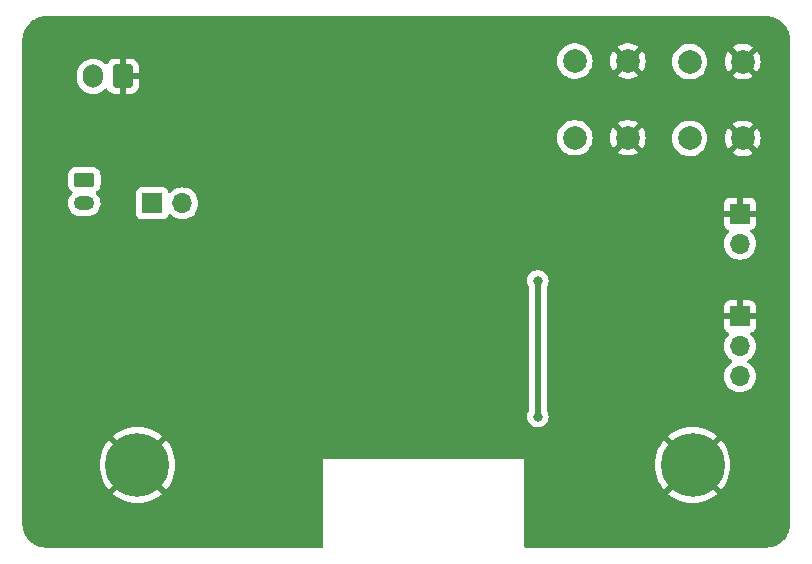
<source format=gbr>
%TF.GenerationSoftware,KiCad,Pcbnew,7.0.10*%
%TF.CreationDate,2024-04-03T10:39:23+02:00*%
%TF.ProjectId,Humi,48756d69-2e6b-4696-9361-645f70636258,rev?*%
%TF.SameCoordinates,Original*%
%TF.FileFunction,Copper,L2,Bot*%
%TF.FilePolarity,Positive*%
%FSLAX46Y46*%
G04 Gerber Fmt 4.6, Leading zero omitted, Abs format (unit mm)*
G04 Created by KiCad (PCBNEW 7.0.10) date 2024-04-03 10:39:23*
%MOMM*%
%LPD*%
G01*
G04 APERTURE LIST*
G04 Aperture macros list*
%AMRoundRect*
0 Rectangle with rounded corners*
0 $1 Rounding radius*
0 $2 $3 $4 $5 $6 $7 $8 $9 X,Y pos of 4 corners*
0 Add a 4 corners polygon primitive as box body*
4,1,4,$2,$3,$4,$5,$6,$7,$8,$9,$2,$3,0*
0 Add four circle primitives for the rounded corners*
1,1,$1+$1,$2,$3*
1,1,$1+$1,$4,$5*
1,1,$1+$1,$6,$7*
1,1,$1+$1,$8,$9*
0 Add four rect primitives between the rounded corners*
20,1,$1+$1,$2,$3,$4,$5,0*
20,1,$1+$1,$4,$5,$6,$7,0*
20,1,$1+$1,$6,$7,$8,$9,0*
20,1,$1+$1,$8,$9,$2,$3,0*%
G04 Aperture macros list end*
%TA.AperFunction,ComponentPad*%
%ADD10C,5.400000*%
%TD*%
%TA.AperFunction,ComponentPad*%
%ADD11R,1.700000X1.700000*%
%TD*%
%TA.AperFunction,ComponentPad*%
%ADD12O,1.700000X1.700000*%
%TD*%
%TA.AperFunction,ComponentPad*%
%ADD13C,2.000000*%
%TD*%
%TA.AperFunction,ComponentPad*%
%ADD14RoundRect,0.250000X-0.625000X0.350000X-0.625000X-0.350000X0.625000X-0.350000X0.625000X0.350000X0*%
%TD*%
%TA.AperFunction,ComponentPad*%
%ADD15O,1.750000X1.200000*%
%TD*%
%TA.AperFunction,ComponentPad*%
%ADD16RoundRect,0.250000X0.600000X0.750000X-0.600000X0.750000X-0.600000X-0.750000X0.600000X-0.750000X0*%
%TD*%
%TA.AperFunction,ComponentPad*%
%ADD17O,1.700000X2.000000*%
%TD*%
%TA.AperFunction,ViaPad*%
%ADD18C,0.800000*%
%TD*%
%TA.AperFunction,Conductor*%
%ADD19C,0.300000*%
%TD*%
%TA.AperFunction,Conductor*%
%ADD20C,0.500000*%
%TD*%
G04 APERTURE END LIST*
D10*
%TO.P,H2,1,1*%
%TO.N,GND*%
X124000000Y-112400000D03*
%TD*%
%TO.P,H1,1,1*%
%TO.N,GND*%
X171000000Y-112400000D03*
%TD*%
D11*
%TO.P,J1,1,Pin_1*%
%TO.N,GND*%
X175000000Y-99825000D03*
D12*
%TO.P,J1,2,Pin_2*%
%TO.N,RX_0*%
X175000000Y-102365000D03*
%TO.P,J1,3,Pin_3*%
%TO.N,TX_0*%
X175000000Y-104905000D03*
%TD*%
D13*
%TO.P,SW_FLASH1,1,A*%
%TO.N,FLASH*%
X161026750Y-78200000D03*
X161026750Y-84700000D03*
%TO.P,SW_FLASH1,2,B*%
%TO.N,GND*%
X165526750Y-78200000D03*
X165526750Y-84700000D03*
%TD*%
D14*
%TO.P,J3,1,Pin_1*%
%TO.N,TX_0*%
X119500000Y-88250000D03*
D15*
%TO.P,J3,2,Pin_2*%
%TO.N,RX_H*%
X119500000Y-90250000D03*
%TD*%
D11*
%TO.P,J5,1,Pin_1*%
%TO.N,RX_H*%
X125260000Y-90250000D03*
D12*
%TO.P,J5,2,Pin_2*%
%TO.N,RX_0*%
X127800000Y-90250000D03*
%TD*%
D11*
%TO.P,J2,1,Pin_1*%
%TO.N,GND*%
X175000000Y-91125000D03*
D12*
%TO.P,J2,2,Pin_2*%
%TO.N,GPIO_02*%
X175000000Y-93665000D03*
%TD*%
D13*
%TO.P,SW_RST1,1,A*%
%TO.N,GND*%
X175250000Y-84750000D03*
X175250000Y-78250000D03*
%TO.P,SW_RST1,2,B*%
%TO.N,RST*%
X170750000Y-84750000D03*
X170750000Y-78250000D03*
%TD*%
D16*
%TO.P,J4,1,Pin_1*%
%TO.N,GND*%
X122750000Y-79500000D03*
D17*
%TO.P,J4,2,Pin_2*%
%TO.N,+12V*%
X120250000Y-79500000D03*
%TD*%
D18*
%TO.N,GND*%
X143456250Y-81506250D03*
X140656250Y-88606250D03*
X143456250Y-79281250D03*
X142350000Y-97300000D03*
X143856250Y-87706250D03*
X132650000Y-95800000D03*
%TO.N,+3V3*%
X157900000Y-108300000D03*
X157900000Y-96800000D03*
%TD*%
D19*
%TO.N,RST*%
X170700000Y-78300000D02*
X170600000Y-78200000D01*
D20*
%TO.N,+3V3*%
X157900000Y-108300000D02*
X157900000Y-96800000D01*
%TD*%
%TA.AperFunction,Conductor*%
%TO.N,GND*%
G36*
X177254042Y-74400764D02*
G01*
X177333586Y-74405978D01*
X177333767Y-74405991D01*
X177511587Y-74418709D01*
X177526904Y-74420772D01*
X177638378Y-74442945D01*
X177640437Y-74443374D01*
X177780240Y-74473786D01*
X177793703Y-74477522D01*
X177907725Y-74516228D01*
X177911074Y-74517420D01*
X178038808Y-74565062D01*
X178050300Y-74570024D01*
X178160687Y-74624461D01*
X178165187Y-74626798D01*
X178282478Y-74690844D01*
X178291942Y-74696574D01*
X178395269Y-74765615D01*
X178400688Y-74769450D01*
X178506727Y-74848830D01*
X178514145Y-74854844D01*
X178607976Y-74937131D01*
X178613898Y-74942678D01*
X178707320Y-75036100D01*
X178712867Y-75042022D01*
X178795150Y-75135848D01*
X178801173Y-75143278D01*
X178838691Y-75193396D01*
X178880548Y-75249310D01*
X178884383Y-75254729D01*
X178953424Y-75358056D01*
X178959154Y-75367520D01*
X179023183Y-75484779D01*
X179025564Y-75489363D01*
X179079969Y-75599687D01*
X179084938Y-75611196D01*
X179132556Y-75738863D01*
X179133793Y-75742338D01*
X179172470Y-75856276D01*
X179176217Y-75869777D01*
X179206613Y-76009508D01*
X179207064Y-76011675D01*
X179229224Y-76123080D01*
X179231291Y-76138425D01*
X179243995Y-76316046D01*
X179244045Y-76316781D01*
X179249234Y-76395941D01*
X179249500Y-76404052D01*
X179249500Y-117395947D01*
X179249234Y-117404058D01*
X179244045Y-117483217D01*
X179243995Y-117483952D01*
X179231291Y-117661573D01*
X179229224Y-117676918D01*
X179207064Y-117788323D01*
X179206613Y-117790490D01*
X179176217Y-117930221D01*
X179172470Y-117943722D01*
X179133793Y-118057660D01*
X179132556Y-118061135D01*
X179084938Y-118188802D01*
X179079969Y-118200311D01*
X179025564Y-118310635D01*
X179023183Y-118315219D01*
X178959154Y-118432478D01*
X178953424Y-118441942D01*
X178884383Y-118545269D01*
X178880548Y-118550688D01*
X178801181Y-118656711D01*
X178795142Y-118664160D01*
X178712867Y-118757976D01*
X178707320Y-118763898D01*
X178613898Y-118857320D01*
X178607976Y-118862867D01*
X178514160Y-118945142D01*
X178506711Y-118951181D01*
X178400688Y-119030548D01*
X178395269Y-119034383D01*
X178291942Y-119103424D01*
X178282478Y-119109154D01*
X178165219Y-119173183D01*
X178160635Y-119175564D01*
X178050311Y-119229969D01*
X178038802Y-119234938D01*
X177911135Y-119282556D01*
X177907660Y-119283793D01*
X177793722Y-119322470D01*
X177780221Y-119326217D01*
X177640490Y-119356613D01*
X177638323Y-119357064D01*
X177526918Y-119379224D01*
X177511573Y-119381291D01*
X177333952Y-119393995D01*
X177333217Y-119394045D01*
X177254058Y-119399234D01*
X177245947Y-119399500D01*
X156874000Y-119399500D01*
X156806961Y-119379815D01*
X156761206Y-119327011D01*
X156750000Y-119275500D01*
X156750000Y-112400000D01*
X167794958Y-112400000D01*
X167815110Y-112758846D01*
X167815112Y-112758858D01*
X167875314Y-113113185D01*
X167875316Y-113113194D01*
X167974812Y-113458552D01*
X168112353Y-113790609D01*
X168112355Y-113790613D01*
X168286215Y-114105189D01*
X168286218Y-114105194D01*
X168494193Y-114398306D01*
X168566844Y-114479601D01*
X169885073Y-113161372D01*
X169961890Y-113271078D01*
X170128922Y-113438110D01*
X170238626Y-113514925D01*
X168920397Y-114833154D01*
X169001693Y-114905806D01*
X169294805Y-115113781D01*
X169294810Y-115113784D01*
X169609386Y-115287644D01*
X169609390Y-115287646D01*
X169941447Y-115425187D01*
X170286805Y-115524683D01*
X170286814Y-115524685D01*
X170641141Y-115584887D01*
X170641153Y-115584889D01*
X171000000Y-115605041D01*
X171358846Y-115584889D01*
X171358858Y-115584887D01*
X171713185Y-115524685D01*
X171713194Y-115524683D01*
X172058552Y-115425187D01*
X172390609Y-115287646D01*
X172390613Y-115287644D01*
X172705189Y-115113784D01*
X172705194Y-115113781D01*
X172998299Y-114905811D01*
X172998322Y-114905793D01*
X173079602Y-114833155D01*
X173079602Y-114833154D01*
X171761373Y-113514925D01*
X171871078Y-113438110D01*
X172038110Y-113271078D01*
X172114925Y-113161373D01*
X173433154Y-114479602D01*
X173433155Y-114479602D01*
X173505793Y-114398322D01*
X173505811Y-114398299D01*
X173713781Y-114105194D01*
X173713784Y-114105189D01*
X173887644Y-113790613D01*
X173887646Y-113790609D01*
X174025187Y-113458552D01*
X174124683Y-113113194D01*
X174124685Y-113113185D01*
X174184887Y-112758858D01*
X174184889Y-112758846D01*
X174205041Y-112400000D01*
X174184889Y-112041153D01*
X174184887Y-112041141D01*
X174124685Y-111686814D01*
X174124683Y-111686805D01*
X174025187Y-111341447D01*
X173887646Y-111009390D01*
X173887644Y-111009386D01*
X173713784Y-110694810D01*
X173713781Y-110694805D01*
X173505806Y-110401693D01*
X173433154Y-110320397D01*
X172114925Y-111638626D01*
X172038110Y-111528922D01*
X171871078Y-111361890D01*
X171761373Y-111285073D01*
X173079601Y-109966844D01*
X173079602Y-109966844D01*
X172998306Y-109894193D01*
X172705194Y-109686218D01*
X172705189Y-109686215D01*
X172390613Y-109512355D01*
X172390609Y-109512353D01*
X172058552Y-109374812D01*
X171713194Y-109275316D01*
X171713185Y-109275314D01*
X171358858Y-109215112D01*
X171358846Y-109215110D01*
X171000000Y-109194958D01*
X170641153Y-109215110D01*
X170641141Y-109215112D01*
X170286814Y-109275314D01*
X170286805Y-109275316D01*
X169941447Y-109374812D01*
X169609390Y-109512353D01*
X169609386Y-109512355D01*
X169294810Y-109686215D01*
X169294805Y-109686218D01*
X169001693Y-109894193D01*
X168920397Y-109966844D01*
X170238626Y-111285073D01*
X170128922Y-111361890D01*
X169961890Y-111528922D01*
X169885073Y-111638626D01*
X168566844Y-110320397D01*
X168494193Y-110401693D01*
X168286218Y-110694805D01*
X168286215Y-110694810D01*
X168112355Y-111009386D01*
X168112353Y-111009390D01*
X167974812Y-111341447D01*
X167875316Y-111686805D01*
X167875314Y-111686814D01*
X167815112Y-112041141D01*
X167815110Y-112041153D01*
X167794958Y-112400000D01*
X156750000Y-112400000D01*
X156750000Y-111900000D01*
X139750000Y-111900000D01*
X139750000Y-119275500D01*
X139730315Y-119342539D01*
X139677511Y-119388294D01*
X139626000Y-119399500D01*
X116254053Y-119399500D01*
X116245942Y-119399234D01*
X116166781Y-119394045D01*
X116166046Y-119393995D01*
X115988425Y-119381291D01*
X115973080Y-119379224D01*
X115861675Y-119357064D01*
X115859508Y-119356613D01*
X115719777Y-119326217D01*
X115706276Y-119322470D01*
X115592338Y-119283793D01*
X115588863Y-119282556D01*
X115461196Y-119234938D01*
X115449687Y-119229969D01*
X115384947Y-119198043D01*
X115339348Y-119175556D01*
X115334779Y-119173183D01*
X115217520Y-119109154D01*
X115208056Y-119103424D01*
X115104729Y-119034383D01*
X115099310Y-119030548D01*
X115043396Y-118988691D01*
X114993278Y-118951173D01*
X114985848Y-118945150D01*
X114892022Y-118862867D01*
X114886100Y-118857320D01*
X114792678Y-118763898D01*
X114787131Y-118757976D01*
X114755450Y-118721851D01*
X114704844Y-118664145D01*
X114698830Y-118656727D01*
X114619450Y-118550688D01*
X114615615Y-118545269D01*
X114546574Y-118441942D01*
X114540844Y-118432478D01*
X114476798Y-118315187D01*
X114474461Y-118310687D01*
X114420024Y-118200300D01*
X114415060Y-118188802D01*
X114367420Y-118061074D01*
X114366228Y-118057725D01*
X114327522Y-117943703D01*
X114323786Y-117930240D01*
X114293374Y-117790437D01*
X114292945Y-117788378D01*
X114270772Y-117676904D01*
X114268709Y-117661587D01*
X114255991Y-117483767D01*
X114255978Y-117483586D01*
X114250765Y-117404043D01*
X114250500Y-117395934D01*
X114250500Y-112400000D01*
X120794958Y-112400000D01*
X120815110Y-112758846D01*
X120815112Y-112758858D01*
X120875314Y-113113185D01*
X120875316Y-113113194D01*
X120974812Y-113458552D01*
X121112353Y-113790609D01*
X121112355Y-113790613D01*
X121286215Y-114105189D01*
X121286218Y-114105194D01*
X121494193Y-114398306D01*
X121566844Y-114479601D01*
X122885073Y-113161372D01*
X122961890Y-113271078D01*
X123128922Y-113438110D01*
X123238626Y-113514925D01*
X121920397Y-114833154D01*
X122001693Y-114905806D01*
X122294805Y-115113781D01*
X122294810Y-115113784D01*
X122609386Y-115287644D01*
X122609390Y-115287646D01*
X122941447Y-115425187D01*
X123286805Y-115524683D01*
X123286814Y-115524685D01*
X123641141Y-115584887D01*
X123641153Y-115584889D01*
X124000000Y-115605041D01*
X124358846Y-115584889D01*
X124358858Y-115584887D01*
X124713185Y-115524685D01*
X124713194Y-115524683D01*
X125058552Y-115425187D01*
X125390609Y-115287646D01*
X125390613Y-115287644D01*
X125705189Y-115113784D01*
X125705194Y-115113781D01*
X125998299Y-114905811D01*
X125998322Y-114905793D01*
X126079602Y-114833155D01*
X126079602Y-114833154D01*
X124761373Y-113514925D01*
X124871078Y-113438110D01*
X125038110Y-113271078D01*
X125114926Y-113161373D01*
X126433154Y-114479602D01*
X126433155Y-114479602D01*
X126505793Y-114398322D01*
X126505811Y-114398299D01*
X126713781Y-114105194D01*
X126713784Y-114105189D01*
X126887644Y-113790613D01*
X126887646Y-113790609D01*
X127025187Y-113458552D01*
X127124683Y-113113194D01*
X127124685Y-113113185D01*
X127184887Y-112758858D01*
X127184889Y-112758846D01*
X127205041Y-112400000D01*
X127184889Y-112041153D01*
X127184887Y-112041141D01*
X127124685Y-111686814D01*
X127124683Y-111686805D01*
X127025187Y-111341447D01*
X126887646Y-111009390D01*
X126887644Y-111009386D01*
X126713784Y-110694810D01*
X126713781Y-110694805D01*
X126505806Y-110401693D01*
X126433154Y-110320397D01*
X125114925Y-111638626D01*
X125038110Y-111528922D01*
X124871078Y-111361890D01*
X124761373Y-111285073D01*
X126079601Y-109966844D01*
X126079602Y-109966844D01*
X125998306Y-109894193D01*
X125705194Y-109686218D01*
X125705189Y-109686215D01*
X125390613Y-109512355D01*
X125390609Y-109512353D01*
X125058552Y-109374812D01*
X124713194Y-109275316D01*
X124713185Y-109275314D01*
X124358858Y-109215112D01*
X124358846Y-109215110D01*
X124000000Y-109194958D01*
X123641153Y-109215110D01*
X123641141Y-109215112D01*
X123286814Y-109275314D01*
X123286805Y-109275316D01*
X122941447Y-109374812D01*
X122609390Y-109512353D01*
X122609386Y-109512355D01*
X122294810Y-109686215D01*
X122294805Y-109686218D01*
X122001693Y-109894193D01*
X121920397Y-109966844D01*
X123238626Y-111285073D01*
X123128922Y-111361890D01*
X122961890Y-111528922D01*
X122885073Y-111638626D01*
X121566844Y-110320397D01*
X121494193Y-110401693D01*
X121286218Y-110694805D01*
X121286215Y-110694810D01*
X121112355Y-111009386D01*
X121112353Y-111009390D01*
X120974812Y-111341447D01*
X120875316Y-111686805D01*
X120875314Y-111686814D01*
X120815112Y-112041141D01*
X120815110Y-112041153D01*
X120794958Y-112400000D01*
X114250500Y-112400000D01*
X114250500Y-108300000D01*
X156994540Y-108300000D01*
X157014326Y-108488256D01*
X157014327Y-108488259D01*
X157072818Y-108668277D01*
X157072821Y-108668284D01*
X157167467Y-108832216D01*
X157294129Y-108972888D01*
X157447265Y-109084148D01*
X157447270Y-109084151D01*
X157620192Y-109161142D01*
X157620197Y-109161144D01*
X157805354Y-109200500D01*
X157805355Y-109200500D01*
X157994644Y-109200500D01*
X157994646Y-109200500D01*
X158179803Y-109161144D01*
X158352730Y-109084151D01*
X158505871Y-108972888D01*
X158632533Y-108832216D01*
X158727179Y-108668284D01*
X158785674Y-108488256D01*
X158805460Y-108300000D01*
X158785674Y-108111744D01*
X158727179Y-107931716D01*
X158667113Y-107827677D01*
X158650500Y-107765677D01*
X158650500Y-104905000D01*
X173644341Y-104905000D01*
X173664936Y-105140403D01*
X173664938Y-105140413D01*
X173726094Y-105368655D01*
X173726096Y-105368659D01*
X173726097Y-105368663D01*
X173825965Y-105582830D01*
X173825967Y-105582834D01*
X173934281Y-105737521D01*
X173961505Y-105776401D01*
X174128599Y-105943495D01*
X174225384Y-106011265D01*
X174322165Y-106079032D01*
X174322167Y-106079033D01*
X174322170Y-106079035D01*
X174536337Y-106178903D01*
X174764592Y-106240063D01*
X174952918Y-106256539D01*
X174999999Y-106260659D01*
X175000000Y-106260659D01*
X175000001Y-106260659D01*
X175039234Y-106257226D01*
X175235408Y-106240063D01*
X175463663Y-106178903D01*
X175677830Y-106079035D01*
X175871401Y-105943495D01*
X176038495Y-105776401D01*
X176174035Y-105582830D01*
X176273903Y-105368663D01*
X176335063Y-105140408D01*
X176355659Y-104905000D01*
X176335063Y-104669592D01*
X176273903Y-104441337D01*
X176174035Y-104227171D01*
X176038495Y-104033599D01*
X176038494Y-104033597D01*
X175871402Y-103866506D01*
X175871396Y-103866501D01*
X175685842Y-103736575D01*
X175642217Y-103681998D01*
X175635023Y-103612500D01*
X175666546Y-103550145D01*
X175685842Y-103533425D01*
X175708026Y-103517891D01*
X175871401Y-103403495D01*
X176038495Y-103236401D01*
X176174035Y-103042830D01*
X176273903Y-102828663D01*
X176335063Y-102600408D01*
X176355659Y-102365000D01*
X176335063Y-102129592D01*
X176273903Y-101901337D01*
X176174035Y-101687171D01*
X176038495Y-101493599D01*
X175916179Y-101371283D01*
X175882696Y-101309963D01*
X175887680Y-101240271D01*
X175929551Y-101184337D01*
X175960529Y-101167422D01*
X176092086Y-101118354D01*
X176092093Y-101118350D01*
X176207187Y-101032190D01*
X176207190Y-101032187D01*
X176293350Y-100917093D01*
X176293354Y-100917086D01*
X176343596Y-100782379D01*
X176343598Y-100782372D01*
X176349999Y-100722844D01*
X176350000Y-100722827D01*
X176350000Y-100075000D01*
X175433686Y-100075000D01*
X175459493Y-100034844D01*
X175500000Y-99896889D01*
X175500000Y-99753111D01*
X175459493Y-99615156D01*
X175433686Y-99575000D01*
X176350000Y-99575000D01*
X176350000Y-98927172D01*
X176349999Y-98927155D01*
X176343598Y-98867627D01*
X176343596Y-98867620D01*
X176293354Y-98732913D01*
X176293350Y-98732906D01*
X176207190Y-98617812D01*
X176207187Y-98617809D01*
X176092093Y-98531649D01*
X176092086Y-98531645D01*
X175957379Y-98481403D01*
X175957372Y-98481401D01*
X175897844Y-98475000D01*
X175250000Y-98475000D01*
X175250000Y-99389498D01*
X175142315Y-99340320D01*
X175035763Y-99325000D01*
X174964237Y-99325000D01*
X174857685Y-99340320D01*
X174750000Y-99389498D01*
X174750000Y-98475000D01*
X174102155Y-98475000D01*
X174042627Y-98481401D01*
X174042620Y-98481403D01*
X173907913Y-98531645D01*
X173907906Y-98531649D01*
X173792812Y-98617809D01*
X173792809Y-98617812D01*
X173706649Y-98732906D01*
X173706645Y-98732913D01*
X173656403Y-98867620D01*
X173656401Y-98867627D01*
X173650000Y-98927155D01*
X173650000Y-99575000D01*
X174566314Y-99575000D01*
X174540507Y-99615156D01*
X174500000Y-99753111D01*
X174500000Y-99896889D01*
X174540507Y-100034844D01*
X174566314Y-100075000D01*
X173650000Y-100075000D01*
X173650000Y-100722844D01*
X173656401Y-100782372D01*
X173656403Y-100782379D01*
X173706645Y-100917086D01*
X173706649Y-100917093D01*
X173792809Y-101032187D01*
X173792812Y-101032190D01*
X173907906Y-101118350D01*
X173907913Y-101118354D01*
X174039470Y-101167421D01*
X174095403Y-101209292D01*
X174119821Y-101274756D01*
X174104970Y-101343029D01*
X174083819Y-101371284D01*
X173961503Y-101493600D01*
X173825965Y-101687169D01*
X173825964Y-101687171D01*
X173726098Y-101901335D01*
X173726094Y-101901344D01*
X173664938Y-102129586D01*
X173664936Y-102129596D01*
X173644341Y-102364999D01*
X173644341Y-102365000D01*
X173664936Y-102600403D01*
X173664938Y-102600413D01*
X173726094Y-102828655D01*
X173726096Y-102828659D01*
X173726097Y-102828663D01*
X173825965Y-103042830D01*
X173825967Y-103042834D01*
X173961501Y-103236395D01*
X173961506Y-103236402D01*
X174128597Y-103403493D01*
X174128603Y-103403498D01*
X174314158Y-103533425D01*
X174357783Y-103588002D01*
X174364977Y-103657500D01*
X174333454Y-103719855D01*
X174314158Y-103736575D01*
X174128597Y-103866505D01*
X173961505Y-104033597D01*
X173825965Y-104227169D01*
X173825964Y-104227171D01*
X173726098Y-104441335D01*
X173726094Y-104441344D01*
X173664938Y-104669586D01*
X173664936Y-104669596D01*
X173644341Y-104904999D01*
X173644341Y-104905000D01*
X158650500Y-104905000D01*
X158650500Y-97334321D01*
X158667113Y-97272321D01*
X158727179Y-97168284D01*
X158785674Y-96988256D01*
X158805460Y-96800000D01*
X158785674Y-96611744D01*
X158727179Y-96431716D01*
X158632533Y-96267784D01*
X158505871Y-96127112D01*
X158505870Y-96127111D01*
X158352734Y-96015851D01*
X158352729Y-96015848D01*
X158179807Y-95938857D01*
X158179802Y-95938855D01*
X158034001Y-95907865D01*
X157994646Y-95899500D01*
X157805354Y-95899500D01*
X157772897Y-95906398D01*
X157620197Y-95938855D01*
X157620192Y-95938857D01*
X157447270Y-96015848D01*
X157447265Y-96015851D01*
X157294129Y-96127111D01*
X157167466Y-96267785D01*
X157072821Y-96431715D01*
X157072818Y-96431722D01*
X157014327Y-96611740D01*
X157014326Y-96611744D01*
X156994540Y-96800000D01*
X157014326Y-96988256D01*
X157014327Y-96988259D01*
X157072818Y-97168277D01*
X157072821Y-97168284D01*
X157132887Y-97272321D01*
X157149500Y-97334321D01*
X157149500Y-107765677D01*
X157132887Y-107827677D01*
X157072821Y-107931714D01*
X157014327Y-108111740D01*
X157014326Y-108111744D01*
X156994540Y-108300000D01*
X114250500Y-108300000D01*
X114250500Y-93665000D01*
X173644341Y-93665000D01*
X173664936Y-93900403D01*
X173664938Y-93900413D01*
X173726094Y-94128655D01*
X173726096Y-94128659D01*
X173726097Y-94128663D01*
X173825965Y-94342830D01*
X173825967Y-94342834D01*
X173934281Y-94497521D01*
X173961505Y-94536401D01*
X174128599Y-94703495D01*
X174225384Y-94771265D01*
X174322165Y-94839032D01*
X174322167Y-94839033D01*
X174322170Y-94839035D01*
X174536337Y-94938903D01*
X174764592Y-95000063D01*
X174952918Y-95016539D01*
X174999999Y-95020659D01*
X175000000Y-95020659D01*
X175000001Y-95020659D01*
X175039234Y-95017226D01*
X175235408Y-95000063D01*
X175463663Y-94938903D01*
X175677830Y-94839035D01*
X175871401Y-94703495D01*
X176038495Y-94536401D01*
X176174035Y-94342830D01*
X176273903Y-94128663D01*
X176335063Y-93900408D01*
X176355659Y-93665000D01*
X176335063Y-93429592D01*
X176273903Y-93201337D01*
X176174035Y-92987171D01*
X176038495Y-92793599D01*
X175916179Y-92671283D01*
X175882696Y-92609963D01*
X175887680Y-92540271D01*
X175929551Y-92484337D01*
X175960529Y-92467422D01*
X176092086Y-92418354D01*
X176092093Y-92418350D01*
X176207187Y-92332190D01*
X176207190Y-92332187D01*
X176293350Y-92217093D01*
X176293354Y-92217086D01*
X176343596Y-92082379D01*
X176343598Y-92082372D01*
X176349999Y-92022844D01*
X176350000Y-92022827D01*
X176350000Y-91375000D01*
X175433686Y-91375000D01*
X175459493Y-91334844D01*
X175500000Y-91196889D01*
X175500000Y-91053111D01*
X175459493Y-90915156D01*
X175433686Y-90875000D01*
X176350000Y-90875000D01*
X176350000Y-90227172D01*
X176349999Y-90227155D01*
X176343598Y-90167627D01*
X176343596Y-90167620D01*
X176293354Y-90032913D01*
X176293350Y-90032906D01*
X176207190Y-89917812D01*
X176207187Y-89917809D01*
X176092093Y-89831649D01*
X176092086Y-89831645D01*
X175957379Y-89781403D01*
X175957372Y-89781401D01*
X175897844Y-89775000D01*
X175250000Y-89775000D01*
X175250000Y-90689498D01*
X175142315Y-90640320D01*
X175035763Y-90625000D01*
X174964237Y-90625000D01*
X174857685Y-90640320D01*
X174750000Y-90689498D01*
X174750000Y-89775000D01*
X174102155Y-89775000D01*
X174042627Y-89781401D01*
X174042620Y-89781403D01*
X173907913Y-89831645D01*
X173907906Y-89831649D01*
X173792812Y-89917809D01*
X173792809Y-89917812D01*
X173706649Y-90032906D01*
X173706645Y-90032913D01*
X173656403Y-90167620D01*
X173656401Y-90167627D01*
X173650000Y-90227155D01*
X173650000Y-90875000D01*
X174566314Y-90875000D01*
X174540507Y-90915156D01*
X174500000Y-91053111D01*
X174500000Y-91196889D01*
X174540507Y-91334844D01*
X174566314Y-91375000D01*
X173650000Y-91375000D01*
X173650000Y-92022844D01*
X173656401Y-92082372D01*
X173656403Y-92082379D01*
X173706645Y-92217086D01*
X173706649Y-92217093D01*
X173792809Y-92332187D01*
X173792812Y-92332190D01*
X173907906Y-92418350D01*
X173907913Y-92418354D01*
X174039470Y-92467421D01*
X174095403Y-92509292D01*
X174119821Y-92574756D01*
X174104970Y-92643029D01*
X174083819Y-92671284D01*
X173961503Y-92793600D01*
X173825965Y-92987169D01*
X173825964Y-92987171D01*
X173726098Y-93201335D01*
X173726094Y-93201344D01*
X173664938Y-93429586D01*
X173664936Y-93429596D01*
X173644341Y-93664999D01*
X173644341Y-93665000D01*
X114250500Y-93665000D01*
X114250500Y-90197401D01*
X118120746Y-90197401D01*
X118130745Y-90407327D01*
X118180296Y-90611578D01*
X118180298Y-90611582D01*
X118267598Y-90802743D01*
X118267601Y-90802748D01*
X118267602Y-90802750D01*
X118267604Y-90802753D01*
X118347646Y-90915156D01*
X118389515Y-90973953D01*
X118389520Y-90973959D01*
X118541620Y-91118985D01*
X118636578Y-91180011D01*
X118718428Y-91232613D01*
X118913543Y-91310725D01*
X119016729Y-91330612D01*
X119119914Y-91350500D01*
X119119915Y-91350500D01*
X119827419Y-91350500D01*
X119827425Y-91350500D01*
X119984218Y-91335528D01*
X120185875Y-91276316D01*
X120372682Y-91180011D01*
X120413552Y-91147870D01*
X123909500Y-91147870D01*
X123909501Y-91147876D01*
X123915908Y-91207483D01*
X123966202Y-91342328D01*
X123966206Y-91342335D01*
X124052452Y-91457544D01*
X124052455Y-91457547D01*
X124167664Y-91543793D01*
X124167671Y-91543797D01*
X124302517Y-91594091D01*
X124302516Y-91594091D01*
X124309444Y-91594835D01*
X124362127Y-91600500D01*
X126157872Y-91600499D01*
X126217483Y-91594091D01*
X126352331Y-91543796D01*
X126467546Y-91457546D01*
X126553796Y-91342331D01*
X126602810Y-91210916D01*
X126644681Y-91154984D01*
X126710145Y-91130566D01*
X126778418Y-91145417D01*
X126806673Y-91166569D01*
X126928599Y-91288495D01*
X127017151Y-91350500D01*
X127122165Y-91424032D01*
X127122167Y-91424033D01*
X127122170Y-91424035D01*
X127336337Y-91523903D01*
X127564592Y-91585063D01*
X127741034Y-91600500D01*
X127799999Y-91605659D01*
X127800000Y-91605659D01*
X127800001Y-91605659D01*
X127858966Y-91600500D01*
X128035408Y-91585063D01*
X128263663Y-91523903D01*
X128477830Y-91424035D01*
X128671401Y-91288495D01*
X128838495Y-91121401D01*
X128974035Y-90927830D01*
X129073903Y-90713663D01*
X129135063Y-90485408D01*
X129155659Y-90250000D01*
X129135063Y-90014592D01*
X129075087Y-89790756D01*
X129073905Y-89786344D01*
X129073904Y-89786343D01*
X129073903Y-89786337D01*
X128974035Y-89572171D01*
X128941740Y-89526048D01*
X128838494Y-89378597D01*
X128671402Y-89211506D01*
X128671395Y-89211501D01*
X128477834Y-89075967D01*
X128477830Y-89075965D01*
X128462156Y-89068656D01*
X128263663Y-88976097D01*
X128263659Y-88976096D01*
X128263655Y-88976094D01*
X128035413Y-88914938D01*
X128035403Y-88914936D01*
X127800001Y-88894341D01*
X127799999Y-88894341D01*
X127564596Y-88914936D01*
X127564586Y-88914938D01*
X127336344Y-88976094D01*
X127336335Y-88976098D01*
X127122171Y-89075964D01*
X127122169Y-89075965D01*
X126928600Y-89211503D01*
X126806673Y-89333430D01*
X126745350Y-89366914D01*
X126675658Y-89361930D01*
X126619725Y-89320058D01*
X126602810Y-89289081D01*
X126553797Y-89157671D01*
X126553793Y-89157664D01*
X126467547Y-89042455D01*
X126467544Y-89042452D01*
X126352335Y-88956206D01*
X126352328Y-88956202D01*
X126217482Y-88905908D01*
X126217483Y-88905908D01*
X126157883Y-88899501D01*
X126157881Y-88899500D01*
X126157873Y-88899500D01*
X126157864Y-88899500D01*
X124362129Y-88899500D01*
X124362123Y-88899501D01*
X124302516Y-88905908D01*
X124167671Y-88956202D01*
X124167664Y-88956206D01*
X124052455Y-89042452D01*
X124052452Y-89042455D01*
X123966206Y-89157664D01*
X123966202Y-89157671D01*
X123915908Y-89292517D01*
X123909501Y-89352116D01*
X123909500Y-89352135D01*
X123909500Y-91147870D01*
X120413552Y-91147870D01*
X120537886Y-91050092D01*
X120675519Y-90891256D01*
X120684905Y-90875000D01*
X120780601Y-90709249D01*
X120780600Y-90709249D01*
X120780604Y-90709244D01*
X120849344Y-90510633D01*
X120879254Y-90302602D01*
X120869254Y-90092670D01*
X120819704Y-89888424D01*
X120793774Y-89831645D01*
X120732401Y-89697256D01*
X120732398Y-89697251D01*
X120732397Y-89697250D01*
X120732396Y-89697247D01*
X120610486Y-89526048D01*
X120530627Y-89449903D01*
X120507917Y-89428249D01*
X120472982Y-89367740D01*
X120476307Y-89297950D01*
X120516835Y-89241036D01*
X120528384Y-89232971D01*
X120593656Y-89192712D01*
X120717712Y-89068656D01*
X120809814Y-88919334D01*
X120864999Y-88752797D01*
X120875500Y-88650009D01*
X120875499Y-87849992D01*
X120864999Y-87747203D01*
X120809814Y-87580666D01*
X120717712Y-87431344D01*
X120593656Y-87307288D01*
X120444334Y-87215186D01*
X120277797Y-87160001D01*
X120277795Y-87160000D01*
X120175010Y-87149500D01*
X118824998Y-87149500D01*
X118824981Y-87149501D01*
X118722203Y-87160000D01*
X118722200Y-87160001D01*
X118555668Y-87215185D01*
X118555663Y-87215187D01*
X118406342Y-87307289D01*
X118282289Y-87431342D01*
X118190187Y-87580663D01*
X118190186Y-87580666D01*
X118135001Y-87747203D01*
X118135001Y-87747204D01*
X118135000Y-87747204D01*
X118124500Y-87849983D01*
X118124500Y-88650001D01*
X118124501Y-88650019D01*
X118135000Y-88752796D01*
X118135001Y-88752799D01*
X118181904Y-88894341D01*
X118190186Y-88919334D01*
X118282288Y-89068656D01*
X118406344Y-89192712D01*
X118436812Y-89211505D01*
X118469739Y-89231814D01*
X118516464Y-89283762D01*
X118527687Y-89352724D01*
X118499844Y-89416806D01*
X118481296Y-89434822D01*
X118462118Y-89449903D01*
X118462112Y-89449909D01*
X118324478Y-89608746D01*
X118219398Y-89790750D01*
X118150656Y-89989365D01*
X118150656Y-89989367D01*
X118125027Y-90167627D01*
X118120746Y-90197401D01*
X114250500Y-90197401D01*
X114250500Y-84700005D01*
X159521107Y-84700005D01*
X159541640Y-84947812D01*
X159541642Y-84947824D01*
X159602686Y-85188881D01*
X159702576Y-85416606D01*
X159838583Y-85624782D01*
X159838586Y-85624785D01*
X160007006Y-85807738D01*
X160203241Y-85960474D01*
X160294862Y-86010057D01*
X160421082Y-86078364D01*
X160421940Y-86078828D01*
X160566248Y-86128369D01*
X160655714Y-86159083D01*
X160657136Y-86159571D01*
X160902415Y-86200500D01*
X161151085Y-86200500D01*
X161396364Y-86159571D01*
X161631560Y-86078828D01*
X161850259Y-85960474D01*
X162046494Y-85807738D01*
X162214914Y-85624785D01*
X162350923Y-85416607D01*
X162450813Y-85188881D01*
X162511858Y-84947821D01*
X162516988Y-84885915D01*
X162532393Y-84700005D01*
X164021609Y-84700005D01*
X164042135Y-84947729D01*
X164042137Y-84947738D01*
X164103162Y-85188717D01*
X164203016Y-85416364D01*
X164303314Y-85569882D01*
X165000820Y-84872376D01*
X165003634Y-84885915D01*
X165073192Y-85020156D01*
X165176388Y-85130652D01*
X165305569Y-85209209D01*
X165356752Y-85223549D01*
X164656692Y-85923609D01*
X164703518Y-85960055D01*
X164703520Y-85960056D01*
X164922135Y-86078364D01*
X164922146Y-86078369D01*
X165157256Y-86159083D01*
X165402457Y-86200000D01*
X165651043Y-86200000D01*
X165896243Y-86159083D01*
X166131353Y-86078369D01*
X166131364Y-86078364D01*
X166349978Y-85960057D01*
X166349981Y-85960055D01*
X166396806Y-85923609D01*
X165698318Y-85225121D01*
X165815208Y-85174349D01*
X165932489Y-85078934D01*
X166019678Y-84955415D01*
X166050104Y-84869802D01*
X166750184Y-85569882D01*
X166850481Y-85416369D01*
X166950337Y-85188717D01*
X167011362Y-84947738D01*
X167011364Y-84947729D01*
X167027748Y-84750005D01*
X169244357Y-84750005D01*
X169264890Y-84997812D01*
X169264892Y-84997824D01*
X169325936Y-85238881D01*
X169425826Y-85466606D01*
X169561833Y-85674782D01*
X169561836Y-85674785D01*
X169730256Y-85857738D01*
X169926491Y-86010474D01*
X169926493Y-86010475D01*
X170144332Y-86128364D01*
X170145190Y-86128828D01*
X170352507Y-86200000D01*
X170378964Y-86209083D01*
X170380386Y-86209571D01*
X170625665Y-86250500D01*
X170874335Y-86250500D01*
X171119614Y-86209571D01*
X171354810Y-86128828D01*
X171573509Y-86010474D01*
X171769744Y-85857738D01*
X171938164Y-85674785D01*
X172074173Y-85466607D01*
X172174063Y-85238881D01*
X172235108Y-84997821D01*
X172244381Y-84885915D01*
X172255643Y-84750005D01*
X173744859Y-84750005D01*
X173765385Y-84997729D01*
X173765387Y-84997738D01*
X173826412Y-85238717D01*
X173926266Y-85466364D01*
X174026564Y-85619882D01*
X174724070Y-84922376D01*
X174726884Y-84935915D01*
X174796442Y-85070156D01*
X174899638Y-85180652D01*
X175028819Y-85259209D01*
X175080002Y-85273549D01*
X174379942Y-85973609D01*
X174426768Y-86010055D01*
X174426770Y-86010056D01*
X174645385Y-86128364D01*
X174645396Y-86128369D01*
X174880506Y-86209083D01*
X175125707Y-86250000D01*
X175374293Y-86250000D01*
X175619493Y-86209083D01*
X175854603Y-86128369D01*
X175854614Y-86128364D01*
X176073228Y-86010057D01*
X176073231Y-86010055D01*
X176120056Y-85973609D01*
X175421568Y-85275121D01*
X175538458Y-85224349D01*
X175655739Y-85128934D01*
X175742928Y-85005415D01*
X175773354Y-84919802D01*
X176473434Y-85619882D01*
X176573731Y-85466369D01*
X176673587Y-85238717D01*
X176734612Y-84997738D01*
X176734614Y-84997729D01*
X176755141Y-84750005D01*
X176755141Y-84749994D01*
X176734614Y-84502270D01*
X176734612Y-84502261D01*
X176673587Y-84261282D01*
X176573731Y-84033630D01*
X176473434Y-83880116D01*
X175775929Y-84577622D01*
X175773116Y-84564085D01*
X175703558Y-84429844D01*
X175600362Y-84319348D01*
X175471181Y-84240791D01*
X175419997Y-84226450D01*
X176120057Y-83526390D01*
X176120056Y-83526389D01*
X176073229Y-83489943D01*
X175854614Y-83371635D01*
X175854603Y-83371630D01*
X175619493Y-83290916D01*
X175374293Y-83250000D01*
X175125707Y-83250000D01*
X174880506Y-83290916D01*
X174645396Y-83371630D01*
X174645390Y-83371632D01*
X174426761Y-83489949D01*
X174379942Y-83526388D01*
X174379942Y-83526390D01*
X175078431Y-84224878D01*
X174961542Y-84275651D01*
X174844261Y-84371066D01*
X174757072Y-84494585D01*
X174726645Y-84580197D01*
X174026564Y-83880116D01*
X173926267Y-84033632D01*
X173826412Y-84261282D01*
X173765387Y-84502261D01*
X173765385Y-84502270D01*
X173744859Y-84749994D01*
X173744859Y-84750005D01*
X172255643Y-84750005D01*
X172255643Y-84749994D01*
X172235109Y-84502187D01*
X172235107Y-84502175D01*
X172174063Y-84261118D01*
X172074173Y-84033393D01*
X171938166Y-83825217D01*
X171916557Y-83801744D01*
X171769744Y-83642262D01*
X171573509Y-83489526D01*
X171573507Y-83489525D01*
X171573506Y-83489524D01*
X171354811Y-83371172D01*
X171354802Y-83371169D01*
X171119616Y-83290429D01*
X170874335Y-83249500D01*
X170625665Y-83249500D01*
X170380383Y-83290429D01*
X170145197Y-83371169D01*
X170145188Y-83371172D01*
X169926493Y-83489524D01*
X169730257Y-83642261D01*
X169561833Y-83825217D01*
X169425826Y-84033393D01*
X169325936Y-84261118D01*
X169264892Y-84502175D01*
X169264890Y-84502187D01*
X169244357Y-84749994D01*
X169244357Y-84750005D01*
X167027748Y-84750005D01*
X167031891Y-84700005D01*
X167031891Y-84699994D01*
X167011364Y-84452270D01*
X167011362Y-84452261D01*
X166950337Y-84211282D01*
X166850481Y-83983630D01*
X166750184Y-83830116D01*
X166052679Y-84527622D01*
X166049866Y-84514085D01*
X165980308Y-84379844D01*
X165877112Y-84269348D01*
X165747931Y-84190791D01*
X165696747Y-84176450D01*
X166396807Y-83476390D01*
X166396806Y-83476389D01*
X166349979Y-83439943D01*
X166131364Y-83321635D01*
X166131353Y-83321630D01*
X165896243Y-83240916D01*
X165651043Y-83200000D01*
X165402457Y-83200000D01*
X165157256Y-83240916D01*
X164922146Y-83321630D01*
X164922140Y-83321632D01*
X164703511Y-83439949D01*
X164656692Y-83476388D01*
X164656692Y-83476390D01*
X165355181Y-84174878D01*
X165238292Y-84225651D01*
X165121011Y-84321066D01*
X165033822Y-84444585D01*
X165003395Y-84530197D01*
X164303314Y-83830116D01*
X164203017Y-83983632D01*
X164103162Y-84211282D01*
X164042137Y-84452261D01*
X164042135Y-84452270D01*
X164021609Y-84699994D01*
X164021609Y-84700005D01*
X162532393Y-84700005D01*
X162532393Y-84699994D01*
X162511859Y-84452187D01*
X162511857Y-84452175D01*
X162450813Y-84211118D01*
X162350923Y-83983393D01*
X162214916Y-83775217D01*
X162193307Y-83751744D01*
X162046494Y-83592262D01*
X161850259Y-83439526D01*
X161850257Y-83439525D01*
X161850256Y-83439524D01*
X161631561Y-83321172D01*
X161631552Y-83321169D01*
X161396366Y-83240429D01*
X161151085Y-83199500D01*
X160902415Y-83199500D01*
X160657133Y-83240429D01*
X160421947Y-83321169D01*
X160421938Y-83321172D01*
X160203243Y-83439524D01*
X160007007Y-83592261D01*
X159838583Y-83775217D01*
X159702576Y-83983393D01*
X159602686Y-84211118D01*
X159541642Y-84452175D01*
X159541640Y-84452187D01*
X159521107Y-84699994D01*
X159521107Y-84700005D01*
X114250500Y-84700005D01*
X114250500Y-79708967D01*
X118899500Y-79708967D01*
X118914936Y-79885403D01*
X118914938Y-79885413D01*
X118976094Y-80113655D01*
X118976096Y-80113659D01*
X118976097Y-80113663D01*
X119026031Y-80220746D01*
X119075964Y-80327828D01*
X119075965Y-80327830D01*
X119211505Y-80521402D01*
X119378597Y-80688493D01*
X119378599Y-80688495D01*
X119475384Y-80756265D01*
X119572165Y-80824032D01*
X119572167Y-80824033D01*
X119572170Y-80824035D01*
X119786337Y-80923903D01*
X119786343Y-80923904D01*
X119786344Y-80923905D01*
X119825356Y-80934358D01*
X120014592Y-80985063D01*
X120202918Y-81001539D01*
X120249999Y-81005659D01*
X120250000Y-81005659D01*
X120250001Y-81005659D01*
X120289234Y-81002226D01*
X120485408Y-80985063D01*
X120713663Y-80923903D01*
X120927829Y-80824035D01*
X121121401Y-80688495D01*
X121268965Y-80540930D01*
X121330287Y-80507447D01*
X121399978Y-80512431D01*
X121455912Y-80554302D01*
X121462183Y-80563516D01*
X121557680Y-80718340D01*
X121557683Y-80718344D01*
X121681654Y-80842315D01*
X121830875Y-80934356D01*
X121830880Y-80934358D01*
X121997302Y-80989505D01*
X121997309Y-80989506D01*
X122100019Y-80999999D01*
X122499999Y-80999999D01*
X122500000Y-80999998D01*
X122500000Y-79935501D01*
X122607685Y-79984680D01*
X122714237Y-80000000D01*
X122785763Y-80000000D01*
X122892315Y-79984680D01*
X123000000Y-79935501D01*
X123000000Y-80999999D01*
X123399972Y-80999999D01*
X123399986Y-80999998D01*
X123502697Y-80989505D01*
X123669119Y-80934358D01*
X123669124Y-80934356D01*
X123818345Y-80842315D01*
X123942315Y-80718345D01*
X124034356Y-80569124D01*
X124034358Y-80569119D01*
X124089505Y-80402697D01*
X124089506Y-80402690D01*
X124099999Y-80299986D01*
X124100000Y-80299973D01*
X124100000Y-79750000D01*
X123183686Y-79750000D01*
X123209493Y-79709844D01*
X123250000Y-79571889D01*
X123250000Y-79428111D01*
X123209493Y-79290156D01*
X123183686Y-79250000D01*
X124099999Y-79250000D01*
X124099999Y-78700028D01*
X124099998Y-78700013D01*
X124089505Y-78597302D01*
X124034358Y-78430880D01*
X124034356Y-78430875D01*
X123942315Y-78281654D01*
X123860666Y-78200005D01*
X159521107Y-78200005D01*
X159541640Y-78447812D01*
X159541642Y-78447824D01*
X159602686Y-78688881D01*
X159702576Y-78916606D01*
X159838583Y-79124782D01*
X159838586Y-79124785D01*
X160007006Y-79307738D01*
X160203241Y-79460474D01*
X160294862Y-79510057D01*
X160421082Y-79578364D01*
X160421940Y-79578828D01*
X160566248Y-79628369D01*
X160655714Y-79659083D01*
X160657136Y-79659571D01*
X160902415Y-79700500D01*
X161151085Y-79700500D01*
X161396364Y-79659571D01*
X161631560Y-79578828D01*
X161850259Y-79460474D01*
X162046494Y-79307738D01*
X162214914Y-79124785D01*
X162350923Y-78916607D01*
X162450813Y-78688881D01*
X162511858Y-78447821D01*
X162511866Y-78447729D01*
X162532393Y-78200005D01*
X164021609Y-78200005D01*
X164042135Y-78447729D01*
X164042137Y-78447738D01*
X164103162Y-78688717D01*
X164203016Y-78916364D01*
X164303314Y-79069882D01*
X165000820Y-78372376D01*
X165003634Y-78385915D01*
X165073192Y-78520156D01*
X165176388Y-78630652D01*
X165305569Y-78709209D01*
X165356752Y-78723549D01*
X164656692Y-79423609D01*
X164703518Y-79460055D01*
X164703520Y-79460056D01*
X164922135Y-79578364D01*
X164922146Y-79578369D01*
X165157256Y-79659083D01*
X165402457Y-79700000D01*
X165651043Y-79700000D01*
X165896243Y-79659083D01*
X166131353Y-79578369D01*
X166131364Y-79578364D01*
X166349978Y-79460057D01*
X166349981Y-79460055D01*
X166396806Y-79423609D01*
X165698318Y-78725121D01*
X165815208Y-78674349D01*
X165932489Y-78578934D01*
X166019678Y-78455415D01*
X166050104Y-78369802D01*
X166750184Y-79069882D01*
X166850481Y-78916369D01*
X166950337Y-78688717D01*
X167011362Y-78447738D01*
X167011364Y-78447729D01*
X167027748Y-78250005D01*
X169244357Y-78250005D01*
X169264890Y-78497812D01*
X169264892Y-78497824D01*
X169325936Y-78738881D01*
X169425826Y-78966606D01*
X169561833Y-79174782D01*
X169561836Y-79174785D01*
X169730256Y-79357738D01*
X169926491Y-79510474D01*
X169926493Y-79510475D01*
X170144332Y-79628364D01*
X170145190Y-79628828D01*
X170352507Y-79700000D01*
X170378964Y-79709083D01*
X170380386Y-79709571D01*
X170625665Y-79750500D01*
X170874335Y-79750500D01*
X171119614Y-79709571D01*
X171354810Y-79628828D01*
X171573509Y-79510474D01*
X171769744Y-79357738D01*
X171938164Y-79174785D01*
X172074173Y-78966607D01*
X172174063Y-78738881D01*
X172235108Y-78497821D01*
X172240655Y-78430880D01*
X172255643Y-78250005D01*
X173744859Y-78250005D01*
X173765385Y-78497729D01*
X173765387Y-78497738D01*
X173826412Y-78738717D01*
X173926266Y-78966364D01*
X174026564Y-79119882D01*
X174724070Y-78422376D01*
X174726884Y-78435915D01*
X174796442Y-78570156D01*
X174899638Y-78680652D01*
X175028819Y-78759209D01*
X175080002Y-78773549D01*
X174379942Y-79473609D01*
X174426768Y-79510055D01*
X174426770Y-79510056D01*
X174645385Y-79628364D01*
X174645396Y-79628369D01*
X174880506Y-79709083D01*
X175125707Y-79750000D01*
X175374293Y-79750000D01*
X175619493Y-79709083D01*
X175854603Y-79628369D01*
X175854614Y-79628364D01*
X176073228Y-79510057D01*
X176073231Y-79510055D01*
X176120056Y-79473609D01*
X175421568Y-78775121D01*
X175538458Y-78724349D01*
X175655739Y-78628934D01*
X175742928Y-78505415D01*
X175773354Y-78419802D01*
X176473434Y-79119882D01*
X176573731Y-78966369D01*
X176673587Y-78738717D01*
X176734612Y-78497738D01*
X176734614Y-78497729D01*
X176755141Y-78250005D01*
X176755141Y-78249994D01*
X176734614Y-78002270D01*
X176734612Y-78002261D01*
X176673587Y-77761282D01*
X176573731Y-77533630D01*
X176473434Y-77380116D01*
X175775929Y-78077622D01*
X175773116Y-78064085D01*
X175703558Y-77929844D01*
X175600362Y-77819348D01*
X175471181Y-77740791D01*
X175419997Y-77726450D01*
X176120057Y-77026390D01*
X176120056Y-77026389D01*
X176073229Y-76989943D01*
X175854614Y-76871635D01*
X175854603Y-76871630D01*
X175619493Y-76790916D01*
X175374293Y-76750000D01*
X175125707Y-76750000D01*
X174880506Y-76790916D01*
X174645396Y-76871630D01*
X174645390Y-76871632D01*
X174426761Y-76989949D01*
X174379942Y-77026388D01*
X174379942Y-77026390D01*
X175078431Y-77724878D01*
X174961542Y-77775651D01*
X174844261Y-77871066D01*
X174757072Y-77994585D01*
X174726645Y-78080197D01*
X174026564Y-77380116D01*
X173926267Y-77533632D01*
X173826412Y-77761282D01*
X173765387Y-78002261D01*
X173765385Y-78002270D01*
X173744859Y-78249994D01*
X173744859Y-78250005D01*
X172255643Y-78250005D01*
X172255643Y-78249994D01*
X172235109Y-78002187D01*
X172235107Y-78002175D01*
X172174063Y-77761118D01*
X172074173Y-77533393D01*
X171938166Y-77325217D01*
X171916557Y-77301744D01*
X171769744Y-77142262D01*
X171573509Y-76989526D01*
X171573507Y-76989525D01*
X171573506Y-76989524D01*
X171354811Y-76871172D01*
X171354802Y-76871169D01*
X171119616Y-76790429D01*
X170874335Y-76749500D01*
X170625665Y-76749500D01*
X170380383Y-76790429D01*
X170145197Y-76871169D01*
X170145188Y-76871172D01*
X169926493Y-76989524D01*
X169730257Y-77142261D01*
X169561833Y-77325217D01*
X169425826Y-77533393D01*
X169325936Y-77761118D01*
X169264892Y-78002175D01*
X169264890Y-78002187D01*
X169244357Y-78249994D01*
X169244357Y-78250005D01*
X167027748Y-78250005D01*
X167031891Y-78200005D01*
X167031891Y-78199994D01*
X167011364Y-77952270D01*
X167011362Y-77952261D01*
X166950337Y-77711282D01*
X166850481Y-77483630D01*
X166750184Y-77330116D01*
X166052679Y-78027622D01*
X166049866Y-78014085D01*
X165980308Y-77879844D01*
X165877112Y-77769348D01*
X165747931Y-77690791D01*
X165696747Y-77676450D01*
X166396807Y-76976390D01*
X166396806Y-76976389D01*
X166349979Y-76939943D01*
X166131364Y-76821635D01*
X166131353Y-76821630D01*
X165896243Y-76740916D01*
X165651043Y-76700000D01*
X165402457Y-76700000D01*
X165157256Y-76740916D01*
X164922146Y-76821630D01*
X164922140Y-76821632D01*
X164703511Y-76939949D01*
X164656692Y-76976388D01*
X164656692Y-76976390D01*
X165355181Y-77674878D01*
X165238292Y-77725651D01*
X165121011Y-77821066D01*
X165033822Y-77944585D01*
X165003395Y-78030197D01*
X164303314Y-77330116D01*
X164203017Y-77483632D01*
X164103162Y-77711282D01*
X164042137Y-77952261D01*
X164042135Y-77952270D01*
X164021609Y-78199994D01*
X164021609Y-78200005D01*
X162532393Y-78200005D01*
X162532393Y-78199994D01*
X162511859Y-77952187D01*
X162511857Y-77952175D01*
X162450813Y-77711118D01*
X162350923Y-77483393D01*
X162214916Y-77275217D01*
X162193307Y-77251744D01*
X162046494Y-77092262D01*
X161850259Y-76939526D01*
X161850257Y-76939525D01*
X161850256Y-76939524D01*
X161631561Y-76821172D01*
X161631552Y-76821169D01*
X161396366Y-76740429D01*
X161151085Y-76699500D01*
X160902415Y-76699500D01*
X160657133Y-76740429D01*
X160421947Y-76821169D01*
X160421938Y-76821172D01*
X160203243Y-76939524D01*
X160007007Y-77092261D01*
X159838583Y-77275217D01*
X159702576Y-77483393D01*
X159602686Y-77711118D01*
X159541642Y-77952175D01*
X159541640Y-77952187D01*
X159521107Y-78199994D01*
X159521107Y-78200005D01*
X123860666Y-78200005D01*
X123818345Y-78157684D01*
X123669124Y-78065643D01*
X123669119Y-78065641D01*
X123502697Y-78010494D01*
X123502690Y-78010493D01*
X123399986Y-78000000D01*
X123000000Y-78000000D01*
X123000000Y-79064498D01*
X122892315Y-79015320D01*
X122785763Y-79000000D01*
X122714237Y-79000000D01*
X122607685Y-79015320D01*
X122500000Y-79064498D01*
X122500000Y-78000000D01*
X122100028Y-78000000D01*
X122100012Y-78000001D01*
X121997302Y-78010494D01*
X121830880Y-78065641D01*
X121830875Y-78065643D01*
X121681654Y-78157684D01*
X121557683Y-78281655D01*
X121557680Y-78281659D01*
X121462183Y-78436483D01*
X121410235Y-78483208D01*
X121341272Y-78494429D01*
X121277190Y-78466586D01*
X121268964Y-78459068D01*
X121195811Y-78385915D01*
X121121401Y-78311505D01*
X121121397Y-78311502D01*
X121121396Y-78311501D01*
X120927834Y-78175967D01*
X120927830Y-78175965D01*
X120927828Y-78175964D01*
X120713663Y-78076097D01*
X120713659Y-78076096D01*
X120713655Y-78076094D01*
X120485413Y-78014938D01*
X120485403Y-78014936D01*
X120250001Y-77994341D01*
X120249999Y-77994341D01*
X120014596Y-78014936D01*
X120014586Y-78014938D01*
X119786344Y-78076094D01*
X119786335Y-78076098D01*
X119572171Y-78175964D01*
X119572169Y-78175965D01*
X119378597Y-78311505D01*
X119211505Y-78478597D01*
X119075965Y-78672169D01*
X119075964Y-78672171D01*
X118976098Y-78886335D01*
X118976094Y-78886344D01*
X118914938Y-79114586D01*
X118914936Y-79114596D01*
X118899500Y-79291032D01*
X118899500Y-79708967D01*
X114250500Y-79708967D01*
X114250500Y-76404065D01*
X114250765Y-76395956D01*
X114255954Y-76316781D01*
X114255979Y-76316401D01*
X114256004Y-76316046D01*
X114268709Y-76138407D01*
X114270771Y-76123099D01*
X114292955Y-76011573D01*
X114293364Y-76009606D01*
X114323788Y-75869749D01*
X114327519Y-75856305D01*
X114366243Y-75742230D01*
X114367404Y-75738967D01*
X114415068Y-75611177D01*
X114420017Y-75599713D01*
X114474481Y-75489272D01*
X114476777Y-75484851D01*
X114540855Y-75367501D01*
X114546562Y-75358075D01*
X114615639Y-75254694D01*
X114619425Y-75249344D01*
X114698850Y-75143246D01*
X114704823Y-75135878D01*
X114787161Y-75041989D01*
X114792648Y-75036131D01*
X114886131Y-74942648D01*
X114891989Y-74937161D01*
X114985878Y-74854823D01*
X114993246Y-74848850D01*
X115099344Y-74769425D01*
X115104694Y-74765639D01*
X115208075Y-74696562D01*
X115217501Y-74690855D01*
X115334851Y-74626777D01*
X115339272Y-74624481D01*
X115449713Y-74570017D01*
X115461177Y-74565068D01*
X115588967Y-74517404D01*
X115592230Y-74516243D01*
X115706305Y-74477519D01*
X115719749Y-74473788D01*
X115859606Y-74443364D01*
X115861573Y-74442955D01*
X115973099Y-74420771D01*
X115988407Y-74418709D01*
X116166193Y-74405992D01*
X116245957Y-74400764D01*
X116254065Y-74400500D01*
X177245935Y-74400500D01*
X177254042Y-74400764D01*
G37*
%TD.AperFunction*%
%TD*%
M02*

</source>
